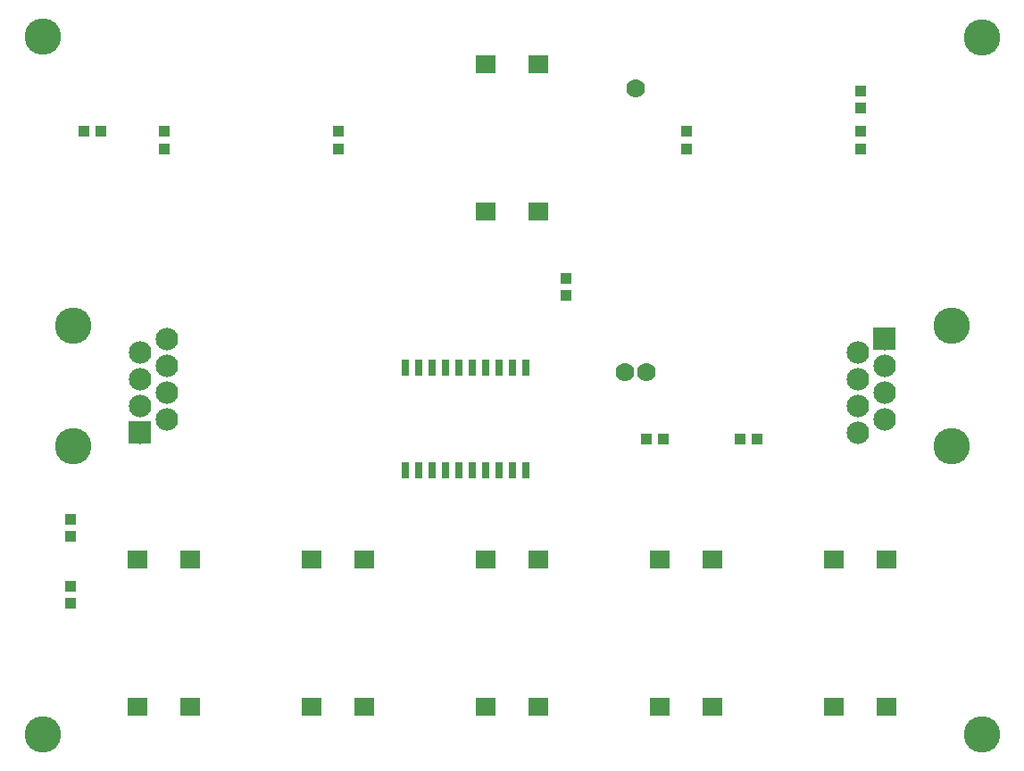
<source format=gts>
G04 MADE WITH FRITZING*
G04 WWW.FRITZING.ORG*
G04 DOUBLE SIDED*
G04 HOLES PLATED*
G04 CONTOUR ON CENTER OF CONTOUR VECTOR*
%ASAXBY*%
%FSLAX23Y23*%
%MOIN*%
%OFA0B0*%
%SFA1.0B1.0*%
%ADD10C,0.070000*%
%ADD11C,0.135984*%
%ADD12C,0.084000*%
%ADD13R,0.031654X0.062362*%
%ADD14R,0.041496X0.041102*%
%ADD15R,0.041102X0.041496*%
%ADD16R,0.072992X0.071024*%
%ADD17R,0.001000X0.001000*%
%LNMASK1*%
G90*
G70*
G54D10*
X2450Y1550D03*
X2410Y2610D03*
X2370Y1550D03*
X2450Y1550D03*
X2410Y2610D03*
X2370Y1550D03*
X2450Y1550D03*
X2410Y2610D03*
X2370Y1550D03*
G54D11*
X198Y198D03*
X197Y2804D03*
X3704Y2803D03*
X3703Y198D03*
G54D12*
X3240Y1325D03*
X3340Y1375D03*
X3240Y1425D03*
X3240Y1525D03*
X3240Y1625D03*
X3340Y1475D03*
X3340Y1575D03*
X3340Y1675D03*
G54D11*
X3590Y1725D03*
X3590Y1275D03*
G54D12*
X3240Y1325D03*
X3340Y1375D03*
X3240Y1425D03*
X3240Y1525D03*
X3240Y1625D03*
X3340Y1475D03*
X3340Y1575D03*
X3340Y1675D03*
G54D11*
X3590Y1725D03*
X3590Y1275D03*
G54D12*
X661Y1675D03*
X561Y1625D03*
X661Y1575D03*
X661Y1475D03*
X661Y1375D03*
X561Y1525D03*
X561Y1425D03*
X561Y1325D03*
G54D11*
X311Y1275D03*
X311Y1725D03*
G54D12*
X661Y1675D03*
X561Y1625D03*
X661Y1575D03*
X661Y1475D03*
X661Y1375D03*
X561Y1525D03*
X561Y1425D03*
X561Y1325D03*
G54D11*
X311Y1275D03*
X311Y1725D03*
G54D13*
X1551Y1568D03*
X1601Y1568D03*
X1651Y1568D03*
X1701Y1568D03*
X1751Y1568D03*
X1801Y1568D03*
X1851Y1568D03*
X1901Y1568D03*
X1951Y1568D03*
X2001Y1568D03*
X1551Y1184D03*
X1601Y1184D03*
X1651Y1184D03*
X1701Y1184D03*
X1751Y1184D03*
X1801Y1184D03*
X1851Y1184D03*
X1901Y1184D03*
X1951Y1184D03*
X2001Y1184D03*
G54D14*
X2600Y2450D03*
X2600Y2386D03*
X1300Y2450D03*
X1300Y2385D03*
X650Y2450D03*
X650Y2385D03*
X3250Y2450D03*
X3250Y2385D03*
G54D15*
X350Y2450D03*
X413Y2450D03*
G54D14*
X3250Y2600D03*
X3250Y2537D03*
X2150Y1900D03*
X2150Y1837D03*
G54D15*
X2450Y1300D03*
X2513Y1300D03*
X2800Y1300D03*
X2863Y1300D03*
G54D14*
X300Y750D03*
X300Y687D03*
X300Y1000D03*
X300Y937D03*
G54D16*
X3151Y301D03*
X3348Y301D03*
X3348Y850D03*
X3151Y850D03*
X2501Y301D03*
X2698Y301D03*
X2698Y850D03*
X2501Y850D03*
X1851Y301D03*
X2048Y301D03*
X2048Y850D03*
X1851Y850D03*
X1201Y301D03*
X1398Y301D03*
X1398Y850D03*
X1201Y850D03*
X551Y301D03*
X748Y301D03*
X748Y850D03*
X551Y850D03*
X1851Y2151D03*
X2048Y2151D03*
X2048Y2700D03*
X1851Y2700D03*
G54D17*
X3298Y1717D02*
X3381Y1717D01*
X3298Y1716D02*
X3381Y1716D01*
X3298Y1715D02*
X3381Y1715D01*
X3298Y1714D02*
X3381Y1714D01*
X3298Y1713D02*
X3381Y1713D01*
X3298Y1712D02*
X3381Y1712D01*
X3298Y1711D02*
X3381Y1711D01*
X3298Y1710D02*
X3381Y1710D01*
X3298Y1709D02*
X3381Y1709D01*
X3298Y1708D02*
X3381Y1708D01*
X3298Y1707D02*
X3381Y1707D01*
X3298Y1706D02*
X3381Y1706D01*
X3298Y1705D02*
X3381Y1705D01*
X3298Y1704D02*
X3381Y1704D01*
X3298Y1703D02*
X3381Y1703D01*
X3298Y1702D02*
X3381Y1702D01*
X3298Y1701D02*
X3381Y1701D01*
X3298Y1700D02*
X3381Y1700D01*
X3298Y1699D02*
X3381Y1699D01*
X3298Y1698D02*
X3381Y1698D01*
X3298Y1697D02*
X3381Y1697D01*
X3298Y1696D02*
X3381Y1696D01*
X3298Y1695D02*
X3381Y1695D01*
X3298Y1694D02*
X3381Y1694D01*
X3298Y1693D02*
X3381Y1693D01*
X3298Y1692D02*
X3381Y1692D01*
X3298Y1691D02*
X3381Y1691D01*
X3298Y1690D02*
X3337Y1690D01*
X3342Y1690D02*
X3381Y1690D01*
X3298Y1689D02*
X3333Y1689D01*
X3346Y1689D02*
X3381Y1689D01*
X3298Y1688D02*
X3331Y1688D01*
X3348Y1688D02*
X3381Y1688D01*
X3298Y1687D02*
X3330Y1687D01*
X3349Y1687D02*
X3381Y1687D01*
X3298Y1686D02*
X3329Y1686D01*
X3350Y1686D02*
X3381Y1686D01*
X3298Y1685D02*
X3328Y1685D01*
X3351Y1685D02*
X3381Y1685D01*
X3298Y1684D02*
X3327Y1684D01*
X3352Y1684D02*
X3381Y1684D01*
X3298Y1683D02*
X3326Y1683D01*
X3353Y1683D02*
X3381Y1683D01*
X3298Y1682D02*
X3326Y1682D01*
X3353Y1682D02*
X3381Y1682D01*
X3298Y1681D02*
X3325Y1681D01*
X3354Y1681D02*
X3381Y1681D01*
X3298Y1680D02*
X3325Y1680D01*
X3354Y1680D02*
X3381Y1680D01*
X3298Y1679D02*
X3325Y1679D01*
X3354Y1679D02*
X3381Y1679D01*
X3298Y1678D02*
X3324Y1678D01*
X3354Y1678D02*
X3381Y1678D01*
X3298Y1677D02*
X3324Y1677D01*
X3354Y1677D02*
X3381Y1677D01*
X3298Y1676D02*
X3324Y1676D01*
X3355Y1676D02*
X3381Y1676D01*
X3298Y1675D02*
X3324Y1675D01*
X3355Y1675D02*
X3381Y1675D01*
X3298Y1674D02*
X3324Y1674D01*
X3354Y1674D02*
X3381Y1674D01*
X3298Y1673D02*
X3324Y1673D01*
X3354Y1673D02*
X3381Y1673D01*
X3298Y1672D02*
X3325Y1672D01*
X3354Y1672D02*
X3381Y1672D01*
X3298Y1671D02*
X3325Y1671D01*
X3354Y1671D02*
X3381Y1671D01*
X3298Y1670D02*
X3325Y1670D01*
X3354Y1670D02*
X3381Y1670D01*
X3298Y1669D02*
X3326Y1669D01*
X3353Y1669D02*
X3381Y1669D01*
X3298Y1668D02*
X3326Y1668D01*
X3353Y1668D02*
X3381Y1668D01*
X3298Y1667D02*
X3327Y1667D01*
X3352Y1667D02*
X3381Y1667D01*
X3298Y1666D02*
X3328Y1666D01*
X3351Y1666D02*
X3381Y1666D01*
X3298Y1665D02*
X3329Y1665D01*
X3350Y1665D02*
X3381Y1665D01*
X3298Y1664D02*
X3330Y1664D01*
X3349Y1664D02*
X3381Y1664D01*
X3298Y1663D02*
X3331Y1663D01*
X3348Y1663D02*
X3381Y1663D01*
X3298Y1662D02*
X3333Y1662D01*
X3346Y1662D02*
X3381Y1662D01*
X3298Y1661D02*
X3337Y1661D01*
X3342Y1661D02*
X3381Y1661D01*
X3298Y1660D02*
X3381Y1660D01*
X3298Y1659D02*
X3381Y1659D01*
X3298Y1658D02*
X3381Y1658D01*
X3298Y1657D02*
X3381Y1657D01*
X3298Y1656D02*
X3381Y1656D01*
X3298Y1655D02*
X3381Y1655D01*
X3298Y1654D02*
X3381Y1654D01*
X3298Y1653D02*
X3381Y1653D01*
X3298Y1652D02*
X3381Y1652D01*
X3298Y1651D02*
X3381Y1651D01*
X3298Y1650D02*
X3381Y1650D01*
X3298Y1649D02*
X3381Y1649D01*
X3298Y1648D02*
X3381Y1648D01*
X3298Y1647D02*
X3381Y1647D01*
X3298Y1646D02*
X3381Y1646D01*
X3298Y1645D02*
X3381Y1645D01*
X3298Y1644D02*
X3381Y1644D01*
X3298Y1643D02*
X3381Y1643D01*
X3298Y1642D02*
X3381Y1642D01*
X3298Y1641D02*
X3381Y1641D01*
X3298Y1640D02*
X3381Y1640D01*
X3298Y1639D02*
X3381Y1639D01*
X3298Y1638D02*
X3381Y1638D01*
X3298Y1637D02*
X3381Y1637D01*
X3298Y1636D02*
X3381Y1636D01*
X3298Y1635D02*
X3381Y1635D01*
X3298Y1634D02*
X3381Y1634D01*
X519Y1367D02*
X602Y1367D01*
X519Y1366D02*
X602Y1366D01*
X519Y1365D02*
X602Y1365D01*
X519Y1364D02*
X602Y1364D01*
X519Y1363D02*
X602Y1363D01*
X519Y1362D02*
X602Y1362D01*
X519Y1361D02*
X602Y1361D01*
X519Y1360D02*
X602Y1360D01*
X519Y1359D02*
X602Y1359D01*
X519Y1358D02*
X602Y1358D01*
X519Y1357D02*
X602Y1357D01*
X519Y1356D02*
X602Y1356D01*
X519Y1355D02*
X602Y1355D01*
X519Y1354D02*
X602Y1354D01*
X519Y1353D02*
X602Y1353D01*
X519Y1352D02*
X602Y1352D01*
X519Y1351D02*
X602Y1351D01*
X519Y1350D02*
X602Y1350D01*
X519Y1349D02*
X602Y1349D01*
X519Y1348D02*
X602Y1348D01*
X519Y1347D02*
X602Y1347D01*
X519Y1346D02*
X602Y1346D01*
X519Y1345D02*
X602Y1345D01*
X519Y1344D02*
X602Y1344D01*
X519Y1343D02*
X602Y1343D01*
X519Y1342D02*
X602Y1342D01*
X519Y1341D02*
X602Y1341D01*
X519Y1340D02*
X558Y1340D01*
X563Y1340D02*
X602Y1340D01*
X519Y1339D02*
X554Y1339D01*
X567Y1339D02*
X602Y1339D01*
X519Y1338D02*
X552Y1338D01*
X569Y1338D02*
X602Y1338D01*
X519Y1337D02*
X551Y1337D01*
X570Y1337D02*
X602Y1337D01*
X519Y1336D02*
X550Y1336D01*
X571Y1336D02*
X602Y1336D01*
X519Y1335D02*
X549Y1335D01*
X572Y1335D02*
X602Y1335D01*
X519Y1334D02*
X548Y1334D01*
X573Y1334D02*
X602Y1334D01*
X519Y1333D02*
X547Y1333D01*
X574Y1333D02*
X602Y1333D01*
X519Y1332D02*
X547Y1332D01*
X574Y1332D02*
X602Y1332D01*
X519Y1331D02*
X546Y1331D01*
X575Y1331D02*
X602Y1331D01*
X519Y1330D02*
X546Y1330D01*
X575Y1330D02*
X602Y1330D01*
X519Y1329D02*
X546Y1329D01*
X575Y1329D02*
X602Y1329D01*
X519Y1328D02*
X546Y1328D01*
X575Y1328D02*
X602Y1328D01*
X519Y1327D02*
X545Y1327D01*
X576Y1327D02*
X602Y1327D01*
X519Y1326D02*
X545Y1326D01*
X576Y1326D02*
X602Y1326D01*
X519Y1325D02*
X545Y1325D01*
X576Y1325D02*
X602Y1325D01*
X519Y1324D02*
X545Y1324D01*
X576Y1324D02*
X602Y1324D01*
X519Y1323D02*
X546Y1323D01*
X575Y1323D02*
X602Y1323D01*
X519Y1322D02*
X546Y1322D01*
X575Y1322D02*
X602Y1322D01*
X519Y1321D02*
X546Y1321D01*
X575Y1321D02*
X602Y1321D01*
X519Y1320D02*
X546Y1320D01*
X575Y1320D02*
X602Y1320D01*
X519Y1319D02*
X547Y1319D01*
X574Y1319D02*
X602Y1319D01*
X519Y1318D02*
X547Y1318D01*
X574Y1318D02*
X602Y1318D01*
X519Y1317D02*
X548Y1317D01*
X573Y1317D02*
X602Y1317D01*
X519Y1316D02*
X549Y1316D01*
X572Y1316D02*
X602Y1316D01*
X519Y1315D02*
X550Y1315D01*
X571Y1315D02*
X602Y1315D01*
X519Y1314D02*
X551Y1314D01*
X570Y1314D02*
X602Y1314D01*
X519Y1313D02*
X552Y1313D01*
X569Y1313D02*
X602Y1313D01*
X519Y1312D02*
X554Y1312D01*
X567Y1312D02*
X602Y1312D01*
X519Y1311D02*
X558Y1311D01*
X563Y1311D02*
X602Y1311D01*
X519Y1310D02*
X602Y1310D01*
X519Y1309D02*
X602Y1309D01*
X519Y1308D02*
X602Y1308D01*
X519Y1307D02*
X602Y1307D01*
X519Y1306D02*
X602Y1306D01*
X519Y1305D02*
X602Y1305D01*
X519Y1304D02*
X602Y1304D01*
X519Y1303D02*
X602Y1303D01*
X519Y1302D02*
X602Y1302D01*
X519Y1301D02*
X602Y1301D01*
X519Y1300D02*
X602Y1300D01*
X519Y1299D02*
X602Y1299D01*
X519Y1298D02*
X602Y1298D01*
X519Y1297D02*
X602Y1297D01*
X519Y1296D02*
X602Y1296D01*
X519Y1295D02*
X602Y1295D01*
X519Y1294D02*
X602Y1294D01*
X519Y1293D02*
X602Y1293D01*
X519Y1292D02*
X602Y1292D01*
X519Y1291D02*
X602Y1291D01*
X519Y1290D02*
X602Y1290D01*
X519Y1289D02*
X602Y1289D01*
X519Y1288D02*
X602Y1288D01*
X519Y1287D02*
X602Y1287D01*
X519Y1286D02*
X602Y1286D01*
X519Y1285D02*
X602Y1285D01*
X519Y1284D02*
X602Y1284D01*
D02*
G04 End of Mask1*
M02*
</source>
